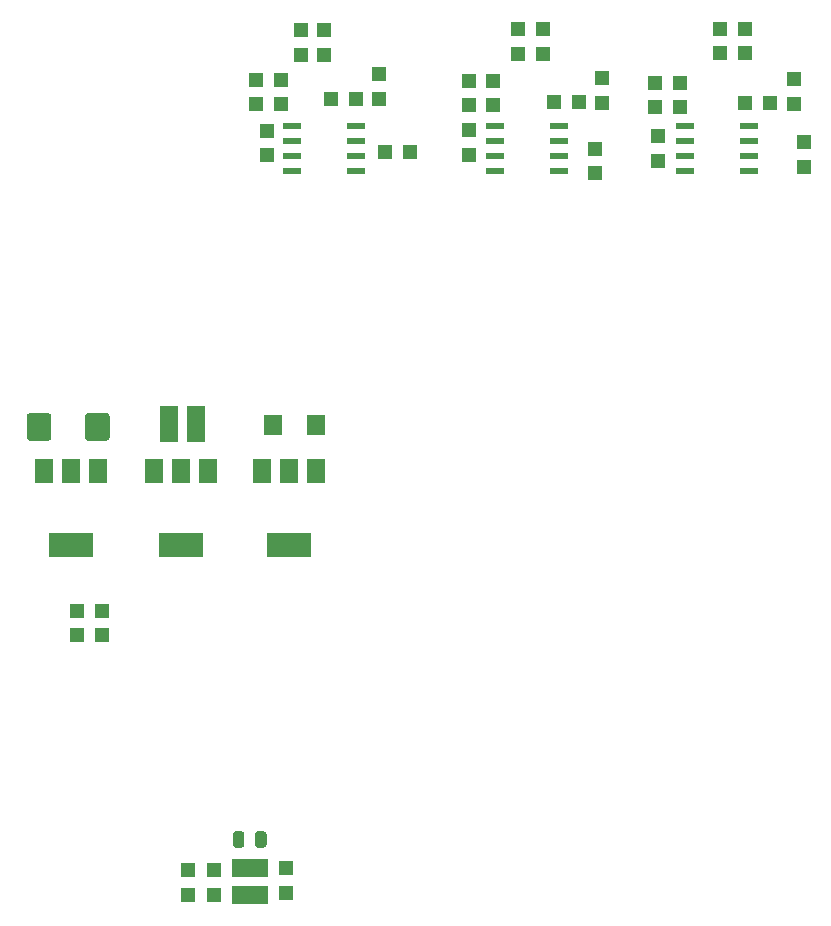
<source format=gbr>
%TF.GenerationSoftware,KiCad,Pcbnew,(5.1.8-0-10_14)*%
%TF.CreationDate,2021-04-23T13:19:29-04:00*%
%TF.ProjectId,Data Collection Shield for Chest Strap Assembly,44617461-2043-46f6-9c6c-656374696f6e,rev?*%
%TF.SameCoordinates,Original*%
%TF.FileFunction,Paste,Top*%
%TF.FilePolarity,Positive*%
%FSLAX46Y46*%
G04 Gerber Fmt 4.6, Leading zero omitted, Abs format (unit mm)*
G04 Created by KiCad (PCBNEW (5.1.8-0-10_14)) date 2021-04-23 13:19:29*
%MOMM*%
%LPD*%
G01*
G04 APERTURE LIST*
%ADD10R,3.800000X2.000000*%
%ADD11R,1.500000X2.000000*%
%ADD12R,1.549400X0.609600*%
%ADD13R,1.200000X1.200000*%
%ADD14R,1.520000X3.050000*%
%ADD15R,1.500000X1.800000*%
%ADD16R,3.050000X1.520000*%
G04 APERTURE END LIST*
%TO.C,D1*%
G36*
G01*
X116517000Y-131750750D02*
X116517000Y-132663250D01*
G75*
G02*
X116273250Y-132907000I-243750J0D01*
G01*
X115785750Y-132907000D01*
G75*
G02*
X115542000Y-132663250I0J243750D01*
G01*
X115542000Y-131750750D01*
G75*
G02*
X115785750Y-131507000I243750J0D01*
G01*
X116273250Y-131507000D01*
G75*
G02*
X116517000Y-131750750I0J-243750D01*
G01*
G37*
G36*
G01*
X118392000Y-131750750D02*
X118392000Y-132663250D01*
G75*
G02*
X118148250Y-132907000I-243750J0D01*
G01*
X117660750Y-132907000D01*
G75*
G02*
X117417000Y-132663250I0J243750D01*
G01*
X117417000Y-131750750D01*
G75*
G02*
X117660750Y-131507000I243750J0D01*
G01*
X118148250Y-131507000D01*
G75*
G02*
X118392000Y-131750750I0J-243750D01*
G01*
G37*
%TD*%
D10*
%TO.C,U9*%
X120269000Y-107290000D03*
D11*
X120269000Y-100990000D03*
X117969000Y-100990000D03*
X122569000Y-100990000D03*
%TD*%
D12*
%TO.C,U1*%
X159219900Y-71818500D03*
X159219900Y-73088500D03*
X159219900Y-74358500D03*
X159219900Y-75628500D03*
X153809700Y-71818500D03*
X153809700Y-73088500D03*
X153809700Y-75628500D03*
X153809700Y-74358500D03*
%TD*%
%TO.C,U2*%
X143167100Y-71818500D03*
X143167100Y-73088500D03*
X143167100Y-74358500D03*
X143167100Y-75628500D03*
X137756900Y-71818500D03*
X137756900Y-73088500D03*
X137756900Y-75628500D03*
X137756900Y-74358500D03*
%TD*%
D13*
%TO.C,C1*%
X111760000Y-136908000D03*
X111760000Y-134808000D03*
%TD*%
%TO.C,C2*%
X163893500Y-73152000D03*
X163893500Y-75252000D03*
%TD*%
%TO.C,C3*%
X151574500Y-72644000D03*
X151574500Y-74744000D03*
%TD*%
%TO.C,C4*%
X146240500Y-73723500D03*
X146240500Y-75823500D03*
%TD*%
%TO.C,C5*%
X158877000Y-63559000D03*
X158877000Y-65659000D03*
%TD*%
%TO.C,C6*%
X156781500Y-63563500D03*
X156781500Y-65663500D03*
%TD*%
%TO.C,C7*%
X141766000Y-63593000D03*
X141766000Y-65693000D03*
%TD*%
%TO.C,C8*%
X120015000Y-134618000D03*
X120015000Y-136718000D03*
%TD*%
%TO.C,C9*%
X104443000Y-114871500D03*
X102343000Y-114871500D03*
%TD*%
%TO.C,C10*%
X135509000Y-72136000D03*
X135509000Y-74236000D03*
%TD*%
%TO.C,C11*%
X130556000Y-73977500D03*
X128456000Y-73977500D03*
%TD*%
%TO.C,C12*%
X118427500Y-72199500D03*
X118427500Y-74299500D03*
%TD*%
%TO.C,C13*%
X104472500Y-112839500D03*
X102372500Y-112839500D03*
%TD*%
%TO.C,C14*%
X139700000Y-63593000D03*
X139700000Y-65693000D03*
%TD*%
%TO.C,C15*%
X123253500Y-63686000D03*
X123253500Y-65786000D03*
%TD*%
%TO.C,C16*%
X121285000Y-63690500D03*
X121285000Y-65790500D03*
%TD*%
%TO.C,C17*%
G36*
G01*
X105100000Y-96357000D02*
X105100000Y-98207000D01*
G75*
G02*
X104850000Y-98457000I-250000J0D01*
G01*
X103275000Y-98457000D01*
G75*
G02*
X103025000Y-98207000I0J250000D01*
G01*
X103025000Y-96357000D01*
G75*
G02*
X103275000Y-96107000I250000J0D01*
G01*
X104850000Y-96107000D01*
G75*
G02*
X105100000Y-96357000I0J-250000D01*
G01*
G37*
G36*
G01*
X100175000Y-96357000D02*
X100175000Y-98207000D01*
G75*
G02*
X99925000Y-98457000I-250000J0D01*
G01*
X98350000Y-98457000D01*
G75*
G02*
X98100000Y-98207000I0J250000D01*
G01*
X98100000Y-96357000D01*
G75*
G02*
X98350000Y-96107000I250000J0D01*
G01*
X99925000Y-96107000D01*
G75*
G02*
X100175000Y-96357000I0J-250000D01*
G01*
G37*
%TD*%
D14*
%TO.C,C18*%
X112397000Y-97028000D03*
X110107000Y-97028000D03*
%TD*%
D15*
%TO.C,C19*%
X122577000Y-97155000D03*
X118977000Y-97155000D03*
%TD*%
D16*
%TO.C,L1*%
X116967000Y-134618000D03*
X116967000Y-136908000D03*
%TD*%
D13*
%TO.C,R1*%
X163068000Y-67818000D03*
X163068000Y-69918000D03*
%TD*%
%TO.C,R2*%
X153416000Y-68199000D03*
X151316000Y-68199000D03*
%TD*%
%TO.C,R3*%
X146812000Y-67750000D03*
X146812000Y-69850000D03*
%TD*%
%TO.C,R4*%
X113919000Y-136908000D03*
X113919000Y-134808000D03*
%TD*%
%TO.C,R5*%
X161036000Y-69850000D03*
X158936000Y-69850000D03*
%TD*%
%TO.C,R6*%
X151316000Y-70231000D03*
X153416000Y-70231000D03*
%TD*%
%TO.C,R7*%
X144843500Y-69786500D03*
X142743500Y-69786500D03*
%TD*%
%TO.C,R8*%
X137604500Y-68008500D03*
X135504500Y-68008500D03*
%TD*%
%TO.C,R9*%
X127952500Y-67437000D03*
X127952500Y-69537000D03*
%TD*%
%TO.C,R10*%
X119634000Y-67945000D03*
X117534000Y-67945000D03*
%TD*%
%TO.C,R11*%
X135504500Y-70040500D03*
X137604500Y-70040500D03*
%TD*%
%TO.C,R12*%
X125954500Y-69503000D03*
X123854500Y-69503000D03*
%TD*%
%TO.C,R13*%
X117534000Y-69913500D03*
X119634000Y-69913500D03*
%TD*%
D12*
%TO.C,U4*%
X125971300Y-71818500D03*
X125971300Y-73088500D03*
X125971300Y-74358500D03*
X125971300Y-75628500D03*
X120561100Y-71818500D03*
X120561100Y-73088500D03*
X120561100Y-75628500D03*
X120561100Y-74358500D03*
%TD*%
D10*
%TO.C,U5*%
X101854000Y-107290000D03*
D11*
X101854000Y-100990000D03*
X99554000Y-100990000D03*
X104154000Y-100990000D03*
%TD*%
D10*
%TO.C,U6*%
X111125000Y-107290000D03*
D11*
X111125000Y-100990000D03*
X108825000Y-100990000D03*
X113425000Y-100990000D03*
%TD*%
M02*

</source>
